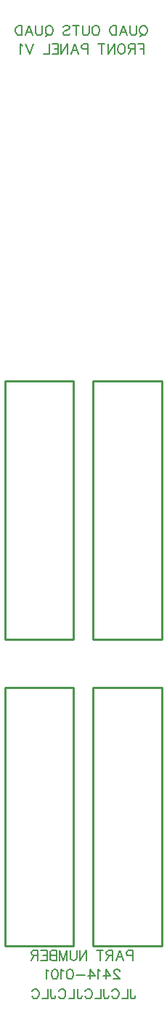
<source format=gbo>
G04 Layer: BottomSilkscreenLayer*
G04 EasyEDA v6.5.22, 2023-04-16 14:26:35*
G04 d5b1b88f56c4446086ecb81e1243fcf9,5a6b42c53f6a479593ecc07194224c93,10*
G04 Gerber Generator version 0.2*
G04 Scale: 100 percent, Rotated: No, Reflected: No *
G04 Dimensions in millimeters *
G04 leading zeros omitted , absolute positions ,4 integer and 5 decimal *
%FSLAX45Y45*%
%MOMM*%

%ADD10C,0.2032*%
%ADD11C,0.2540*%

%LPD*%
D10*
X1558290Y883157D02*
G01*
X1558290Y795781D01*
X1563877Y779526D01*
X1569211Y773937D01*
X1580134Y768604D01*
X1591056Y768604D01*
X1601977Y773937D01*
X1607565Y779526D01*
X1612900Y795781D01*
X1612900Y806704D01*
X1522475Y883157D02*
G01*
X1522475Y768604D01*
X1522475Y768604D02*
G01*
X1456943Y768604D01*
X1339088Y855726D02*
G01*
X1344422Y866647D01*
X1355343Y877570D01*
X1366265Y883157D01*
X1388109Y883157D01*
X1399031Y877570D01*
X1409954Y866647D01*
X1415541Y855726D01*
X1420875Y839470D01*
X1420875Y812292D01*
X1415541Y795781D01*
X1409954Y784860D01*
X1399031Y773937D01*
X1388109Y768604D01*
X1366265Y768604D01*
X1355343Y773937D01*
X1344422Y784860D01*
X1339088Y795781D01*
X1248663Y883157D02*
G01*
X1248663Y795781D01*
X1253997Y779526D01*
X1259331Y773937D01*
X1270254Y768604D01*
X1281175Y768604D01*
X1292097Y773937D01*
X1297686Y779526D01*
X1303020Y795781D01*
X1303020Y806704D01*
X1212595Y883157D02*
G01*
X1212595Y768604D01*
X1212595Y768604D02*
G01*
X1147063Y768604D01*
X1029208Y855726D02*
G01*
X1034795Y866647D01*
X1045718Y877570D01*
X1056640Y883157D01*
X1078229Y883157D01*
X1089152Y877570D01*
X1100074Y866647D01*
X1105661Y855726D01*
X1110995Y839470D01*
X1110995Y812292D01*
X1105661Y795781D01*
X1100074Y784860D01*
X1089152Y773937D01*
X1078229Y768604D01*
X1056640Y768604D01*
X1045718Y773937D01*
X1034795Y784860D01*
X1029208Y795781D01*
X938784Y883157D02*
G01*
X938784Y795781D01*
X944118Y779526D01*
X949706Y773937D01*
X960627Y768604D01*
X971550Y768604D01*
X982472Y773937D01*
X987806Y779526D01*
X993140Y795781D01*
X993140Y806704D01*
X902715Y883157D02*
G01*
X902715Y768604D01*
X902715Y768604D02*
G01*
X837184Y768604D01*
X719327Y855726D02*
G01*
X724915Y866647D01*
X735838Y877570D01*
X746759Y883157D01*
X768604Y883157D01*
X779525Y877570D01*
X790447Y866647D01*
X795781Y855726D01*
X801370Y839470D01*
X801370Y812292D01*
X795781Y795781D01*
X790447Y784860D01*
X779525Y773937D01*
X768604Y768604D01*
X746759Y768604D01*
X735838Y773937D01*
X724915Y784860D01*
X719327Y795781D01*
X628904Y883157D02*
G01*
X628904Y795781D01*
X634237Y779526D01*
X639826Y773937D01*
X650747Y768604D01*
X661670Y768604D01*
X672591Y773937D01*
X677925Y779526D01*
X683513Y795781D01*
X683513Y806704D01*
X592836Y883157D02*
G01*
X592836Y768604D01*
X592836Y768604D02*
G01*
X527557Y768604D01*
X409702Y855726D02*
G01*
X415036Y866647D01*
X425957Y877570D01*
X436879Y883157D01*
X458723Y883157D01*
X469645Y877570D01*
X480568Y866647D01*
X485902Y855726D01*
X491489Y839470D01*
X491489Y812292D01*
X485902Y795781D01*
X480568Y784860D01*
X469645Y773937D01*
X458723Y768604D01*
X436879Y768604D01*
X425957Y773937D01*
X415036Y784860D01*
X409702Y795781D01*
X1429646Y1084417D02*
G01*
X1429646Y1089873D01*
X1424190Y1100782D01*
X1418737Y1106236D01*
X1407828Y1111689D01*
X1386009Y1111689D01*
X1375100Y1106236D01*
X1369646Y1100782D01*
X1364190Y1089873D01*
X1364190Y1078964D01*
X1369646Y1068054D01*
X1380553Y1051689D01*
X1435100Y997145D01*
X1358737Y997145D01*
X1268191Y1111689D02*
G01*
X1322735Y1035326D01*
X1240919Y1035326D01*
X1268191Y1111689D02*
G01*
X1268191Y997145D01*
X1204917Y1089873D02*
G01*
X1194010Y1095326D01*
X1177645Y1111689D01*
X1177645Y997145D01*
X1087099Y1111689D02*
G01*
X1141646Y1035326D01*
X1059827Y1035326D01*
X1087099Y1111689D02*
G01*
X1087099Y997145D01*
X1023828Y1046236D02*
G01*
X925647Y1046236D01*
X856919Y1111689D02*
G01*
X873282Y1106236D01*
X884191Y1089873D01*
X889647Y1062598D01*
X889647Y1046236D01*
X884191Y1018964D01*
X873282Y1002598D01*
X856919Y997145D01*
X846010Y997145D01*
X829647Y1002598D01*
X818738Y1018964D01*
X813282Y1046236D01*
X813282Y1062598D01*
X818738Y1089873D01*
X829647Y1106236D01*
X846010Y1111689D01*
X856919Y1111689D01*
X777283Y1089873D02*
G01*
X766373Y1095326D01*
X750011Y1111689D01*
X750011Y997145D01*
X681283Y1111689D02*
G01*
X697646Y1106236D01*
X708555Y1089873D01*
X714011Y1062598D01*
X714011Y1046236D01*
X708555Y1018964D01*
X697646Y1002598D01*
X681283Y997145D01*
X670374Y997145D01*
X654011Y1002598D01*
X643102Y1018964D01*
X637646Y1046236D01*
X637646Y1062598D01*
X643102Y1089873D01*
X654011Y1106236D01*
X670374Y1111689D01*
X681283Y1111689D01*
X601647Y1089873D02*
G01*
X590737Y1095326D01*
X574375Y1111689D01*
X574375Y997145D01*
X1719872Y12059089D02*
G01*
X1730781Y12053636D01*
X1741690Y12042726D01*
X1747146Y12031817D01*
X1752600Y12015454D01*
X1752600Y11988182D01*
X1747146Y11971817D01*
X1741690Y11960908D01*
X1730781Y11949998D01*
X1719872Y11944545D01*
X1698053Y11944545D01*
X1687146Y11949998D01*
X1676237Y11960908D01*
X1670781Y11971817D01*
X1665328Y11988182D01*
X1665328Y12015454D01*
X1670781Y12031817D01*
X1676237Y12042726D01*
X1687146Y12053636D01*
X1698053Y12059089D01*
X1719872Y12059089D01*
X1703509Y11966364D02*
G01*
X1670781Y11933636D01*
X1629328Y12059089D02*
G01*
X1629328Y11977273D01*
X1623872Y11960908D01*
X1612963Y11949998D01*
X1596600Y11944545D01*
X1585691Y11944545D01*
X1569328Y11949998D01*
X1558419Y11960908D01*
X1552963Y11977273D01*
X1552963Y12059089D01*
X1473327Y12059089D02*
G01*
X1516964Y11944545D01*
X1473327Y12059089D02*
G01*
X1429692Y11944545D01*
X1500601Y11982726D02*
G01*
X1446055Y11982726D01*
X1393690Y12059089D02*
G01*
X1393690Y11944545D01*
X1393690Y12059089D02*
G01*
X1355509Y12059089D01*
X1339146Y12053636D01*
X1328237Y12042726D01*
X1322783Y12031817D01*
X1317327Y12015454D01*
X1317327Y11988182D01*
X1322783Y11971817D01*
X1328237Y11960908D01*
X1339146Y11949998D01*
X1355509Y11944545D01*
X1393690Y11944545D01*
X1164600Y12059089D02*
G01*
X1175509Y12053636D01*
X1186418Y12042726D01*
X1191874Y12031817D01*
X1197328Y12015454D01*
X1197328Y11988182D01*
X1191874Y11971817D01*
X1186418Y11960908D01*
X1175509Y11949998D01*
X1164600Y11944545D01*
X1142784Y11944545D01*
X1131874Y11949998D01*
X1120965Y11960908D01*
X1115509Y11971817D01*
X1110056Y11988182D01*
X1110056Y12015454D01*
X1115509Y12031817D01*
X1120965Y12042726D01*
X1131874Y12053636D01*
X1142784Y12059089D01*
X1164600Y12059089D01*
X1074056Y12059089D02*
G01*
X1074056Y11977273D01*
X1068600Y11960908D01*
X1057691Y11949998D01*
X1041328Y11944545D01*
X1030419Y11944545D01*
X1014056Y11949998D01*
X1003147Y11960908D01*
X997691Y11977273D01*
X997691Y12059089D01*
X923510Y12059089D02*
G01*
X923510Y11944545D01*
X961692Y12059089D02*
G01*
X885329Y12059089D01*
X772965Y12042726D02*
G01*
X783874Y12053636D01*
X800237Y12059089D01*
X822055Y12059089D01*
X838420Y12053636D01*
X849330Y12042726D01*
X849330Y12031817D01*
X843874Y12020908D01*
X838420Y12015454D01*
X827511Y12009998D01*
X794783Y11999089D01*
X783874Y11993636D01*
X778421Y11988182D01*
X772965Y11977273D01*
X772965Y11960908D01*
X783874Y11949998D01*
X800237Y11944545D01*
X822055Y11944545D01*
X838420Y11949998D01*
X849330Y11960908D01*
X620237Y12059089D02*
G01*
X631146Y12053636D01*
X642056Y12042726D01*
X647512Y12031817D01*
X652965Y12015454D01*
X652965Y11988182D01*
X647512Y11971817D01*
X642056Y11960908D01*
X631146Y11949998D01*
X620237Y11944545D01*
X598421Y11944545D01*
X587512Y11949998D01*
X576602Y11960908D01*
X571146Y11971817D01*
X565693Y11988182D01*
X565693Y12015454D01*
X571146Y12031817D01*
X576602Y12042726D01*
X587512Y12053636D01*
X598421Y12059089D01*
X620237Y12059089D01*
X603874Y11966364D02*
G01*
X571146Y11933636D01*
X529694Y12059089D02*
G01*
X529694Y11977273D01*
X524238Y11960908D01*
X513328Y11949998D01*
X496966Y11944545D01*
X486056Y11944545D01*
X469694Y11949998D01*
X458784Y11960908D01*
X453329Y11977273D01*
X453329Y12059089D01*
X373692Y12059089D02*
G01*
X417329Y11944545D01*
X373692Y12059089D02*
G01*
X330057Y11944545D01*
X400966Y11982726D02*
G01*
X346420Y11982726D01*
X294058Y12059089D02*
G01*
X294058Y11944545D01*
X294058Y12059089D02*
G01*
X255874Y12059089D01*
X239511Y12053636D01*
X228602Y12042726D01*
X223149Y12031817D01*
X217693Y12015454D01*
X217693Y11988182D01*
X223149Y11971817D01*
X228602Y11960908D01*
X239511Y11949998D01*
X255874Y11944545D01*
X294058Y11944545D01*
X1714500Y11843189D02*
G01*
X1714500Y11728645D01*
X1714500Y11843189D02*
G01*
X1643590Y11843189D01*
X1714500Y11788645D02*
G01*
X1670862Y11788645D01*
X1607591Y11843189D02*
G01*
X1607591Y11728645D01*
X1607591Y11843189D02*
G01*
X1558500Y11843189D01*
X1542135Y11837736D01*
X1536682Y11832282D01*
X1531228Y11821373D01*
X1531228Y11810464D01*
X1536682Y11799554D01*
X1542135Y11794098D01*
X1558500Y11788645D01*
X1607591Y11788645D01*
X1569410Y11788645D02*
G01*
X1531228Y11728645D01*
X1462501Y11843189D02*
G01*
X1473410Y11837736D01*
X1484317Y11826826D01*
X1489773Y11815917D01*
X1495226Y11799554D01*
X1495226Y11772282D01*
X1489773Y11755917D01*
X1484317Y11745008D01*
X1473410Y11734098D01*
X1462501Y11728645D01*
X1440682Y11728645D01*
X1429773Y11734098D01*
X1418864Y11745008D01*
X1413410Y11755917D01*
X1407955Y11772282D01*
X1407955Y11799554D01*
X1413410Y11815917D01*
X1418864Y11826826D01*
X1429773Y11837736D01*
X1440682Y11843189D01*
X1462501Y11843189D01*
X1371955Y11843189D02*
G01*
X1371955Y11728645D01*
X1371955Y11843189D02*
G01*
X1295590Y11728645D01*
X1295590Y11843189D02*
G01*
X1295590Y11728645D01*
X1221409Y11843189D02*
G01*
X1221409Y11728645D01*
X1259591Y11843189D02*
G01*
X1183228Y11843189D01*
X1063228Y11843189D02*
G01*
X1063228Y11728645D01*
X1063228Y11843189D02*
G01*
X1014138Y11843189D01*
X997772Y11837736D01*
X992319Y11832282D01*
X986866Y11821373D01*
X986866Y11805008D01*
X992319Y11794098D01*
X997772Y11788645D01*
X1014138Y11783189D01*
X1063228Y11783189D01*
X907229Y11843189D02*
G01*
X950864Y11728645D01*
X907229Y11843189D02*
G01*
X863592Y11728645D01*
X934501Y11766826D02*
G01*
X879955Y11766826D01*
X827592Y11843189D02*
G01*
X827592Y11728645D01*
X827592Y11843189D02*
G01*
X751230Y11728645D01*
X751230Y11843189D02*
G01*
X751230Y11728645D01*
X715228Y11843189D02*
G01*
X715228Y11728645D01*
X715228Y11843189D02*
G01*
X644319Y11843189D01*
X715228Y11788645D02*
G01*
X671593Y11788645D01*
X715228Y11728645D02*
G01*
X644319Y11728645D01*
X608319Y11843189D02*
G01*
X608319Y11728645D01*
X608319Y11728645D02*
G01*
X542866Y11728645D01*
X422866Y11843189D02*
G01*
X379229Y11728645D01*
X335592Y11843189D02*
G01*
X379229Y11728645D01*
X299593Y11821373D02*
G01*
X288683Y11826826D01*
X272321Y11843189D01*
X272321Y11728645D01*
X1587500Y1327589D02*
G01*
X1587500Y1213045D01*
X1587500Y1327589D02*
G01*
X1538409Y1327589D01*
X1522046Y1322136D01*
X1516590Y1316682D01*
X1511137Y1305773D01*
X1511137Y1289408D01*
X1516590Y1278498D01*
X1522046Y1273045D01*
X1538409Y1267589D01*
X1587500Y1267589D01*
X1431500Y1327589D02*
G01*
X1475135Y1213045D01*
X1431500Y1327589D02*
G01*
X1387863Y1213045D01*
X1458772Y1251226D02*
G01*
X1404228Y1251226D01*
X1351864Y1327589D02*
G01*
X1351864Y1213045D01*
X1351864Y1327589D02*
G01*
X1302773Y1327589D01*
X1286410Y1322136D01*
X1280955Y1316682D01*
X1275501Y1305773D01*
X1275501Y1294864D01*
X1280955Y1283954D01*
X1286410Y1278498D01*
X1302773Y1273045D01*
X1351864Y1273045D01*
X1313682Y1273045D02*
G01*
X1275501Y1213045D01*
X1201318Y1327589D02*
G01*
X1201318Y1213045D01*
X1239499Y1327589D02*
G01*
X1163137Y1327589D01*
X1043137Y1327589D02*
G01*
X1043137Y1213045D01*
X1043137Y1327589D02*
G01*
X966774Y1213045D01*
X966774Y1327589D02*
G01*
X966774Y1213045D01*
X930772Y1327589D02*
G01*
X930772Y1245773D01*
X925319Y1229408D01*
X914410Y1218498D01*
X898047Y1213045D01*
X887138Y1213045D01*
X870772Y1218498D01*
X859866Y1229408D01*
X854410Y1245773D01*
X854410Y1327589D01*
X818410Y1327589D02*
G01*
X818410Y1213045D01*
X818410Y1327589D02*
G01*
X774773Y1213045D01*
X731138Y1327589D02*
G01*
X774773Y1213045D01*
X731138Y1327589D02*
G01*
X731138Y1213045D01*
X695137Y1327589D02*
G01*
X695137Y1213045D01*
X695137Y1327589D02*
G01*
X646046Y1327589D01*
X629683Y1322136D01*
X624230Y1316682D01*
X618774Y1305773D01*
X618774Y1294864D01*
X624230Y1283954D01*
X629683Y1278498D01*
X646046Y1273045D01*
X695137Y1273045D02*
G01*
X646046Y1273045D01*
X629683Y1267589D01*
X624230Y1262136D01*
X618774Y1251226D01*
X618774Y1234864D01*
X624230Y1223954D01*
X629683Y1218498D01*
X646046Y1213045D01*
X695137Y1213045D01*
X582775Y1327589D02*
G01*
X582775Y1213045D01*
X582775Y1327589D02*
G01*
X511865Y1327589D01*
X582775Y1273045D02*
G01*
X539137Y1273045D01*
X582775Y1213045D02*
G01*
X511865Y1213045D01*
X475866Y1327589D02*
G01*
X475866Y1213045D01*
X475866Y1327589D02*
G01*
X426775Y1327589D01*
X410410Y1322136D01*
X404957Y1316682D01*
X399501Y1305773D01*
X399501Y1294864D01*
X404957Y1283954D01*
X410410Y1278498D01*
X426775Y1273045D01*
X475866Y1273045D01*
X437685Y1273045D02*
G01*
X399501Y1213045D01*
D11*
X95300Y4382896D02*
G01*
X895299Y4382896D01*
X895299Y1382902D01*
X95300Y1382902D01*
X95300Y4382896D01*
X95300Y7935391D02*
G01*
X895299Y7935391D01*
X895299Y4935397D01*
X95300Y4935397D01*
X95300Y7935391D01*
X1124000Y7935391D02*
G01*
X1923999Y7935391D01*
X1923999Y4935397D01*
X1124000Y4935397D01*
X1124000Y7935391D01*
X1124000Y4382896D02*
G01*
X1923999Y4382896D01*
X1923999Y1382902D01*
X1124000Y1382902D01*
X1124000Y4382896D01*
M02*

</source>
